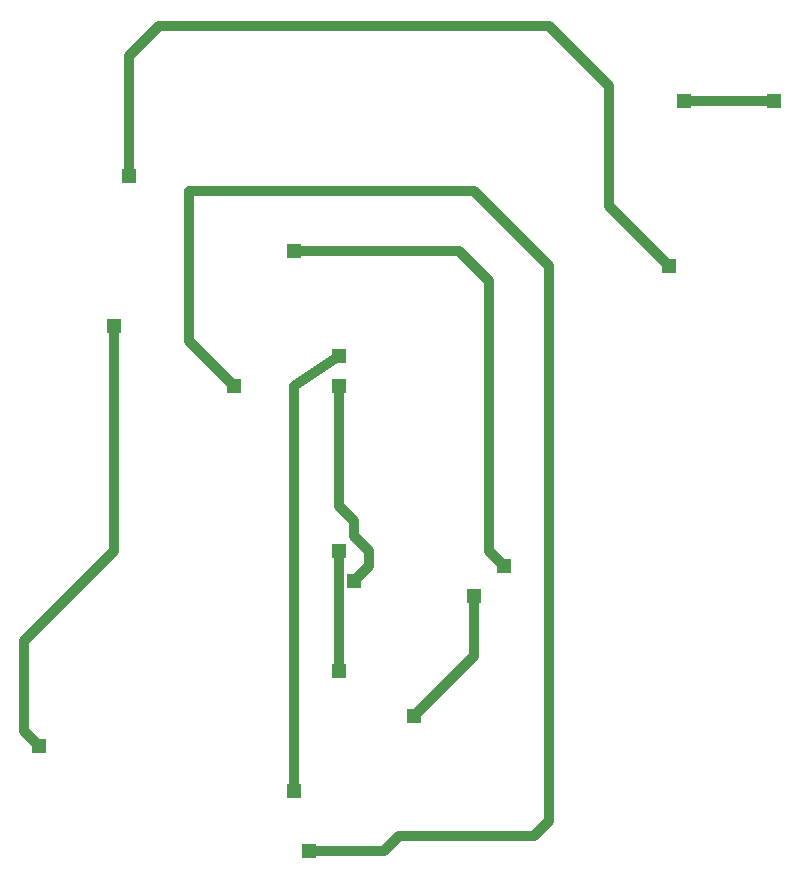
<source format=gbl>
G75*
%MOIN*%
%OFA0B0*%
%FSLAX25Y25*%
%IPPOS*%
%LPD*%
%AMOC8*
5,1,8,0,0,1.08239X$1,22.5*
%
%ADD10R,0.04750X0.04750*%
%ADD11C,0.03200*%
D10*
X0042200Y0077200D03*
X0127200Y0062200D03*
X0132200Y0042200D03*
X0167200Y0087200D03*
X0142200Y0102200D03*
X0147200Y0132200D03*
X0142200Y0142200D03*
X0187200Y0127200D03*
X0197200Y0137200D03*
X0142200Y0197200D03*
X0142200Y0207200D03*
X0107200Y0197200D03*
X0067200Y0217200D03*
X0072200Y0267200D03*
X0127200Y0242200D03*
X0252200Y0237200D03*
X0257200Y0292200D03*
X0287200Y0292200D03*
D11*
X0257200Y0292200D01*
X0232200Y0297200D02*
X0232200Y0257200D01*
X0252200Y0237200D01*
X0212200Y0237200D02*
X0187200Y0262200D01*
X0092200Y0262200D01*
X0092200Y0212200D01*
X0107200Y0197200D01*
X0127200Y0197200D02*
X0142200Y0207200D01*
X0142200Y0197200D02*
X0142200Y0157200D01*
X0147200Y0152200D01*
X0147200Y0147200D01*
X0152200Y0142200D01*
X0152200Y0137200D01*
X0147200Y0132200D01*
X0142200Y0142200D02*
X0142200Y0102200D01*
X0167200Y0087200D02*
X0187200Y0107200D01*
X0187200Y0127200D01*
X0197200Y0137200D02*
X0192200Y0142200D01*
X0192200Y0232200D01*
X0182200Y0242200D01*
X0127200Y0242200D01*
X0127200Y0197200D02*
X0127200Y0062200D01*
X0132200Y0042200D02*
X0157200Y0042200D01*
X0162200Y0047200D01*
X0207200Y0047200D01*
X0212200Y0052200D01*
X0212200Y0237200D01*
X0232200Y0297200D02*
X0212200Y0317200D01*
X0082200Y0317200D01*
X0072200Y0307200D01*
X0072200Y0267200D01*
X0067200Y0217200D02*
X0067200Y0142200D01*
X0037200Y0112200D01*
X0037200Y0082200D01*
X0042200Y0077200D01*
M02*

</source>
